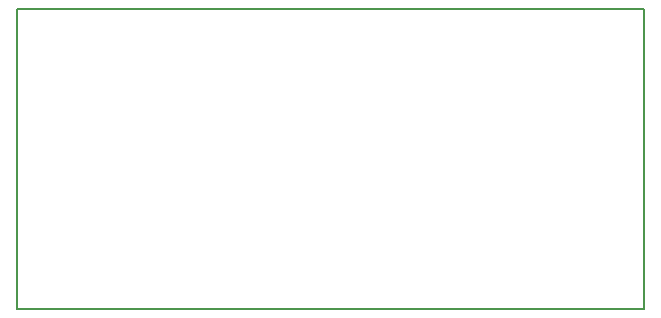
<source format=gbr>
%TF.GenerationSoftware,Altium Limited,Altium Designer,21.4.1 (30)*%
G04 Layer_Color=16711935*
%FSLAX45Y45*%
%MOMM*%
%TF.SameCoordinates,0739F2E6-BFB0-420A-A0D3-3909B3713C89*%
%TF.FilePolarity,Positive*%
%TF.FileFunction,Keep-out,Top*%
%TF.Part,Single*%
G01*
G75*
%TA.AperFunction,NonConductor*%
%ADD10C,0.20000*%
D10*
X12700Y10000D02*
Y2552700D01*
X5321300D01*
X3982400Y10000D02*
X5321300D01*
X1467800D02*
X3982400D01*
X5321300D02*
Y2552700D01*
X12700Y10000D02*
X1467800D01*
%TF.MD5,6207b29502ef5de0704ffd1a409b635b*%
M02*

</source>
